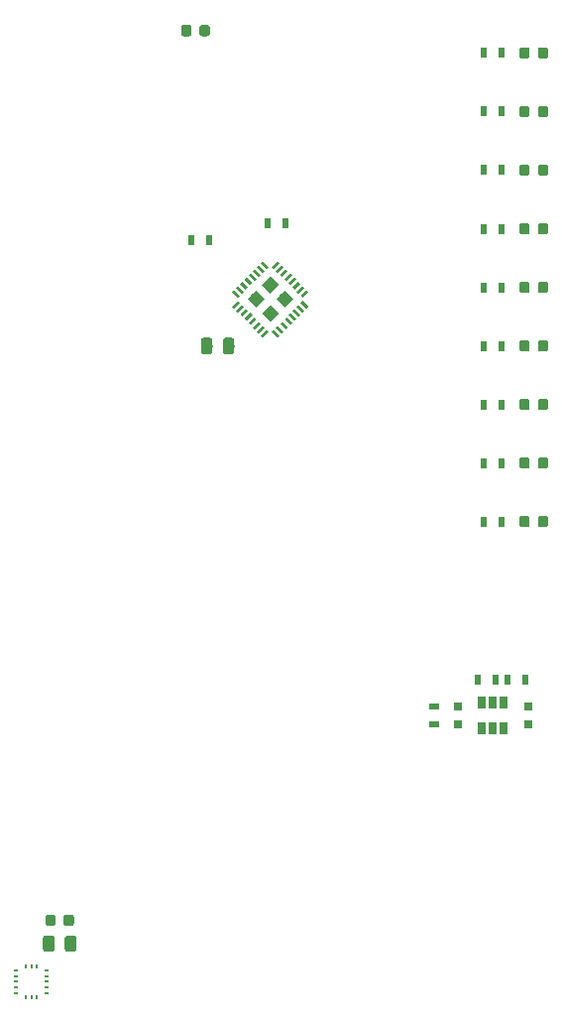
<source format=gbr>
G04 #@! TF.GenerationSoftware,KiCad,Pcbnew,5.0.2-bee76a0~70~ubuntu18.04.1*
G04 #@! TF.CreationDate,2019-03-04T23:14:44-05:00*
G04 #@! TF.ProjectId,BalancingBusinessCardLights,42616c61-6e63-4696-9e67-427573696e65,rev?*
G04 #@! TF.SameCoordinates,Original*
G04 #@! TF.FileFunction,Paste,Top*
G04 #@! TF.FilePolarity,Positive*
%FSLAX46Y46*%
G04 Gerber Fmt 4.6, Leading zero omitted, Abs format (unit mm)*
G04 Created by KiCad (PCBNEW 5.0.2-bee76a0~70~ubuntu18.04.1) date Mon 04 Mar 2019 11:14:44 PM EST*
%MOMM*%
%LPD*%
G01*
G04 APERTURE LIST*
%ADD10C,0.100000*%
%ADD11C,0.975000*%
%ADD12C,0.875000*%
%ADD13R,0.254000X0.355600*%
%ADD14R,0.355600X0.254000*%
%ADD15R,0.750000X0.800000*%
%ADD16R,0.900000X0.500000*%
%ADD17R,0.500000X0.900000*%
%ADD18C,1.035000*%
%ADD19C,0.250000*%
%ADD20R,0.650000X1.060000*%
G04 APERTURE END LIST*
D10*
G04 #@! TO.C,C101*
G36*
X200330142Y-78301174D02*
X200353803Y-78304684D01*
X200377007Y-78310496D01*
X200399529Y-78318554D01*
X200421153Y-78328782D01*
X200441670Y-78341079D01*
X200460883Y-78355329D01*
X200478607Y-78371393D01*
X200494671Y-78389117D01*
X200508921Y-78408330D01*
X200521218Y-78428847D01*
X200531446Y-78450471D01*
X200539504Y-78472993D01*
X200545316Y-78496197D01*
X200548826Y-78519858D01*
X200550000Y-78543750D01*
X200550000Y-79456250D01*
X200548826Y-79480142D01*
X200545316Y-79503803D01*
X200539504Y-79527007D01*
X200531446Y-79549529D01*
X200521218Y-79571153D01*
X200508921Y-79591670D01*
X200494671Y-79610883D01*
X200478607Y-79628607D01*
X200460883Y-79644671D01*
X200441670Y-79658921D01*
X200421153Y-79671218D01*
X200399529Y-79681446D01*
X200377007Y-79689504D01*
X200353803Y-79695316D01*
X200330142Y-79698826D01*
X200306250Y-79700000D01*
X199818750Y-79700000D01*
X199794858Y-79698826D01*
X199771197Y-79695316D01*
X199747993Y-79689504D01*
X199725471Y-79681446D01*
X199703847Y-79671218D01*
X199683330Y-79658921D01*
X199664117Y-79644671D01*
X199646393Y-79628607D01*
X199630329Y-79610883D01*
X199616079Y-79591670D01*
X199603782Y-79571153D01*
X199593554Y-79549529D01*
X199585496Y-79527007D01*
X199579684Y-79503803D01*
X199576174Y-79480142D01*
X199575000Y-79456250D01*
X199575000Y-78543750D01*
X199576174Y-78519858D01*
X199579684Y-78496197D01*
X199585496Y-78472993D01*
X199593554Y-78450471D01*
X199603782Y-78428847D01*
X199616079Y-78408330D01*
X199630329Y-78389117D01*
X199646393Y-78371393D01*
X199664117Y-78355329D01*
X199683330Y-78341079D01*
X199703847Y-78328782D01*
X199725471Y-78318554D01*
X199747993Y-78310496D01*
X199771197Y-78304684D01*
X199794858Y-78301174D01*
X199818750Y-78300000D01*
X200306250Y-78300000D01*
X200330142Y-78301174D01*
X200330142Y-78301174D01*
G37*
D11*
X200062500Y-79000000D03*
D10*
G36*
X202205142Y-78301174D02*
X202228803Y-78304684D01*
X202252007Y-78310496D01*
X202274529Y-78318554D01*
X202296153Y-78328782D01*
X202316670Y-78341079D01*
X202335883Y-78355329D01*
X202353607Y-78371393D01*
X202369671Y-78389117D01*
X202383921Y-78408330D01*
X202396218Y-78428847D01*
X202406446Y-78450471D01*
X202414504Y-78472993D01*
X202420316Y-78496197D01*
X202423826Y-78519858D01*
X202425000Y-78543750D01*
X202425000Y-79456250D01*
X202423826Y-79480142D01*
X202420316Y-79503803D01*
X202414504Y-79527007D01*
X202406446Y-79549529D01*
X202396218Y-79571153D01*
X202383921Y-79591670D01*
X202369671Y-79610883D01*
X202353607Y-79628607D01*
X202335883Y-79644671D01*
X202316670Y-79658921D01*
X202296153Y-79671218D01*
X202274529Y-79681446D01*
X202252007Y-79689504D01*
X202228803Y-79695316D01*
X202205142Y-79698826D01*
X202181250Y-79700000D01*
X201693750Y-79700000D01*
X201669858Y-79698826D01*
X201646197Y-79695316D01*
X201622993Y-79689504D01*
X201600471Y-79681446D01*
X201578847Y-79671218D01*
X201558330Y-79658921D01*
X201539117Y-79644671D01*
X201521393Y-79628607D01*
X201505329Y-79610883D01*
X201491079Y-79591670D01*
X201478782Y-79571153D01*
X201468554Y-79549529D01*
X201460496Y-79527007D01*
X201454684Y-79503803D01*
X201451174Y-79480142D01*
X201450000Y-79456250D01*
X201450000Y-78543750D01*
X201451174Y-78519858D01*
X201454684Y-78496197D01*
X201460496Y-78472993D01*
X201468554Y-78450471D01*
X201478782Y-78428847D01*
X201491079Y-78408330D01*
X201505329Y-78389117D01*
X201521393Y-78371393D01*
X201539117Y-78355329D01*
X201558330Y-78341079D01*
X201578847Y-78328782D01*
X201600471Y-78318554D01*
X201622993Y-78310496D01*
X201646197Y-78304684D01*
X201669858Y-78301174D01*
X201693750Y-78300000D01*
X202181250Y-78300000D01*
X202205142Y-78301174D01*
X202205142Y-78301174D01*
G37*
D11*
X201937500Y-79000000D03*
G04 #@! TD*
D10*
G04 #@! TO.C,C401*
G36*
X188705142Y-129301174D02*
X188728803Y-129304684D01*
X188752007Y-129310496D01*
X188774529Y-129318554D01*
X188796153Y-129328782D01*
X188816670Y-129341079D01*
X188835883Y-129355329D01*
X188853607Y-129371393D01*
X188869671Y-129389117D01*
X188883921Y-129408330D01*
X188896218Y-129428847D01*
X188906446Y-129450471D01*
X188914504Y-129472993D01*
X188920316Y-129496197D01*
X188923826Y-129519858D01*
X188925000Y-129543750D01*
X188925000Y-130456250D01*
X188923826Y-130480142D01*
X188920316Y-130503803D01*
X188914504Y-130527007D01*
X188906446Y-130549529D01*
X188896218Y-130571153D01*
X188883921Y-130591670D01*
X188869671Y-130610883D01*
X188853607Y-130628607D01*
X188835883Y-130644671D01*
X188816670Y-130658921D01*
X188796153Y-130671218D01*
X188774529Y-130681446D01*
X188752007Y-130689504D01*
X188728803Y-130695316D01*
X188705142Y-130698826D01*
X188681250Y-130700000D01*
X188193750Y-130700000D01*
X188169858Y-130698826D01*
X188146197Y-130695316D01*
X188122993Y-130689504D01*
X188100471Y-130681446D01*
X188078847Y-130671218D01*
X188058330Y-130658921D01*
X188039117Y-130644671D01*
X188021393Y-130628607D01*
X188005329Y-130610883D01*
X187991079Y-130591670D01*
X187978782Y-130571153D01*
X187968554Y-130549529D01*
X187960496Y-130527007D01*
X187954684Y-130503803D01*
X187951174Y-130480142D01*
X187950000Y-130456250D01*
X187950000Y-129543750D01*
X187951174Y-129519858D01*
X187954684Y-129496197D01*
X187960496Y-129472993D01*
X187968554Y-129450471D01*
X187978782Y-129428847D01*
X187991079Y-129408330D01*
X188005329Y-129389117D01*
X188021393Y-129371393D01*
X188039117Y-129355329D01*
X188058330Y-129341079D01*
X188078847Y-129328782D01*
X188100471Y-129318554D01*
X188122993Y-129310496D01*
X188146197Y-129304684D01*
X188169858Y-129301174D01*
X188193750Y-129300000D01*
X188681250Y-129300000D01*
X188705142Y-129301174D01*
X188705142Y-129301174D01*
G37*
D11*
X188437500Y-130000000D03*
D10*
G36*
X186830142Y-129301174D02*
X186853803Y-129304684D01*
X186877007Y-129310496D01*
X186899529Y-129318554D01*
X186921153Y-129328782D01*
X186941670Y-129341079D01*
X186960883Y-129355329D01*
X186978607Y-129371393D01*
X186994671Y-129389117D01*
X187008921Y-129408330D01*
X187021218Y-129428847D01*
X187031446Y-129450471D01*
X187039504Y-129472993D01*
X187045316Y-129496197D01*
X187048826Y-129519858D01*
X187050000Y-129543750D01*
X187050000Y-130456250D01*
X187048826Y-130480142D01*
X187045316Y-130503803D01*
X187039504Y-130527007D01*
X187031446Y-130549529D01*
X187021218Y-130571153D01*
X187008921Y-130591670D01*
X186994671Y-130610883D01*
X186978607Y-130628607D01*
X186960883Y-130644671D01*
X186941670Y-130658921D01*
X186921153Y-130671218D01*
X186899529Y-130681446D01*
X186877007Y-130689504D01*
X186853803Y-130695316D01*
X186830142Y-130698826D01*
X186806250Y-130700000D01*
X186318750Y-130700000D01*
X186294858Y-130698826D01*
X186271197Y-130695316D01*
X186247993Y-130689504D01*
X186225471Y-130681446D01*
X186203847Y-130671218D01*
X186183330Y-130658921D01*
X186164117Y-130644671D01*
X186146393Y-130628607D01*
X186130329Y-130610883D01*
X186116079Y-130591670D01*
X186103782Y-130571153D01*
X186093554Y-130549529D01*
X186085496Y-130527007D01*
X186079684Y-130503803D01*
X186076174Y-130480142D01*
X186075000Y-130456250D01*
X186075000Y-129543750D01*
X186076174Y-129519858D01*
X186079684Y-129496197D01*
X186085496Y-129472993D01*
X186093554Y-129450471D01*
X186103782Y-129428847D01*
X186116079Y-129408330D01*
X186130329Y-129389117D01*
X186146393Y-129371393D01*
X186164117Y-129355329D01*
X186183330Y-129341079D01*
X186203847Y-129328782D01*
X186225471Y-129318554D01*
X186247993Y-129310496D01*
X186271197Y-129304684D01*
X186294858Y-129301174D01*
X186318750Y-129300000D01*
X186806250Y-129300000D01*
X186830142Y-129301174D01*
X186830142Y-129301174D01*
G37*
D11*
X186562500Y-130000000D03*
G04 #@! TD*
D10*
G04 #@! TO.C,C402*
G36*
X188527691Y-127526053D02*
X188548926Y-127529203D01*
X188569750Y-127534419D01*
X188589962Y-127541651D01*
X188609368Y-127550830D01*
X188627781Y-127561866D01*
X188645024Y-127574654D01*
X188660930Y-127589070D01*
X188675346Y-127604976D01*
X188688134Y-127622219D01*
X188699170Y-127640632D01*
X188708349Y-127660038D01*
X188715581Y-127680250D01*
X188720797Y-127701074D01*
X188723947Y-127722309D01*
X188725000Y-127743750D01*
X188725000Y-128256250D01*
X188723947Y-128277691D01*
X188720797Y-128298926D01*
X188715581Y-128319750D01*
X188708349Y-128339962D01*
X188699170Y-128359368D01*
X188688134Y-128377781D01*
X188675346Y-128395024D01*
X188660930Y-128410930D01*
X188645024Y-128425346D01*
X188627781Y-128438134D01*
X188609368Y-128449170D01*
X188589962Y-128458349D01*
X188569750Y-128465581D01*
X188548926Y-128470797D01*
X188527691Y-128473947D01*
X188506250Y-128475000D01*
X188068750Y-128475000D01*
X188047309Y-128473947D01*
X188026074Y-128470797D01*
X188005250Y-128465581D01*
X187985038Y-128458349D01*
X187965632Y-128449170D01*
X187947219Y-128438134D01*
X187929976Y-128425346D01*
X187914070Y-128410930D01*
X187899654Y-128395024D01*
X187886866Y-128377781D01*
X187875830Y-128359368D01*
X187866651Y-128339962D01*
X187859419Y-128319750D01*
X187854203Y-128298926D01*
X187851053Y-128277691D01*
X187850000Y-128256250D01*
X187850000Y-127743750D01*
X187851053Y-127722309D01*
X187854203Y-127701074D01*
X187859419Y-127680250D01*
X187866651Y-127660038D01*
X187875830Y-127640632D01*
X187886866Y-127622219D01*
X187899654Y-127604976D01*
X187914070Y-127589070D01*
X187929976Y-127574654D01*
X187947219Y-127561866D01*
X187965632Y-127550830D01*
X187985038Y-127541651D01*
X188005250Y-127534419D01*
X188026074Y-127529203D01*
X188047309Y-127526053D01*
X188068750Y-127525000D01*
X188506250Y-127525000D01*
X188527691Y-127526053D01*
X188527691Y-127526053D01*
G37*
D12*
X188287500Y-128000000D03*
D10*
G36*
X186952691Y-127526053D02*
X186973926Y-127529203D01*
X186994750Y-127534419D01*
X187014962Y-127541651D01*
X187034368Y-127550830D01*
X187052781Y-127561866D01*
X187070024Y-127574654D01*
X187085930Y-127589070D01*
X187100346Y-127604976D01*
X187113134Y-127622219D01*
X187124170Y-127640632D01*
X187133349Y-127660038D01*
X187140581Y-127680250D01*
X187145797Y-127701074D01*
X187148947Y-127722309D01*
X187150000Y-127743750D01*
X187150000Y-128256250D01*
X187148947Y-128277691D01*
X187145797Y-128298926D01*
X187140581Y-128319750D01*
X187133349Y-128339962D01*
X187124170Y-128359368D01*
X187113134Y-128377781D01*
X187100346Y-128395024D01*
X187085930Y-128410930D01*
X187070024Y-128425346D01*
X187052781Y-128438134D01*
X187034368Y-128449170D01*
X187014962Y-128458349D01*
X186994750Y-128465581D01*
X186973926Y-128470797D01*
X186952691Y-128473947D01*
X186931250Y-128475000D01*
X186493750Y-128475000D01*
X186472309Y-128473947D01*
X186451074Y-128470797D01*
X186430250Y-128465581D01*
X186410038Y-128458349D01*
X186390632Y-128449170D01*
X186372219Y-128438134D01*
X186354976Y-128425346D01*
X186339070Y-128410930D01*
X186324654Y-128395024D01*
X186311866Y-128377781D01*
X186300830Y-128359368D01*
X186291651Y-128339962D01*
X186284419Y-128319750D01*
X186279203Y-128298926D01*
X186276053Y-128277691D01*
X186275000Y-128256250D01*
X186275000Y-127743750D01*
X186276053Y-127722309D01*
X186279203Y-127701074D01*
X186284419Y-127680250D01*
X186291651Y-127660038D01*
X186300830Y-127640632D01*
X186311866Y-127622219D01*
X186324654Y-127604976D01*
X186339070Y-127589070D01*
X186354976Y-127574654D01*
X186372219Y-127561866D01*
X186390632Y-127550830D01*
X186410038Y-127541651D01*
X186430250Y-127534419D01*
X186451074Y-127529203D01*
X186472309Y-127526053D01*
X186493750Y-127525000D01*
X186931250Y-127525000D01*
X186952691Y-127526053D01*
X186952691Y-127526053D01*
G37*
D12*
X186712500Y-128000000D03*
G04 #@! TD*
D10*
G04 #@! TO.C,D301*
G36*
X227452691Y-53526053D02*
X227473926Y-53529203D01*
X227494750Y-53534419D01*
X227514962Y-53541651D01*
X227534368Y-53550830D01*
X227552781Y-53561866D01*
X227570024Y-53574654D01*
X227585930Y-53589070D01*
X227600346Y-53604976D01*
X227613134Y-53622219D01*
X227624170Y-53640632D01*
X227633349Y-53660038D01*
X227640581Y-53680250D01*
X227645797Y-53701074D01*
X227648947Y-53722309D01*
X227650000Y-53743750D01*
X227650000Y-54256250D01*
X227648947Y-54277691D01*
X227645797Y-54298926D01*
X227640581Y-54319750D01*
X227633349Y-54339962D01*
X227624170Y-54359368D01*
X227613134Y-54377781D01*
X227600346Y-54395024D01*
X227585930Y-54410930D01*
X227570024Y-54425346D01*
X227552781Y-54438134D01*
X227534368Y-54449170D01*
X227514962Y-54458349D01*
X227494750Y-54465581D01*
X227473926Y-54470797D01*
X227452691Y-54473947D01*
X227431250Y-54475000D01*
X226993750Y-54475000D01*
X226972309Y-54473947D01*
X226951074Y-54470797D01*
X226930250Y-54465581D01*
X226910038Y-54458349D01*
X226890632Y-54449170D01*
X226872219Y-54438134D01*
X226854976Y-54425346D01*
X226839070Y-54410930D01*
X226824654Y-54395024D01*
X226811866Y-54377781D01*
X226800830Y-54359368D01*
X226791651Y-54339962D01*
X226784419Y-54319750D01*
X226779203Y-54298926D01*
X226776053Y-54277691D01*
X226775000Y-54256250D01*
X226775000Y-53743750D01*
X226776053Y-53722309D01*
X226779203Y-53701074D01*
X226784419Y-53680250D01*
X226791651Y-53660038D01*
X226800830Y-53640632D01*
X226811866Y-53622219D01*
X226824654Y-53604976D01*
X226839070Y-53589070D01*
X226854976Y-53574654D01*
X226872219Y-53561866D01*
X226890632Y-53550830D01*
X226910038Y-53541651D01*
X226930250Y-53534419D01*
X226951074Y-53529203D01*
X226972309Y-53526053D01*
X226993750Y-53525000D01*
X227431250Y-53525000D01*
X227452691Y-53526053D01*
X227452691Y-53526053D01*
G37*
D12*
X227212500Y-54000000D03*
D10*
G36*
X229027691Y-53526053D02*
X229048926Y-53529203D01*
X229069750Y-53534419D01*
X229089962Y-53541651D01*
X229109368Y-53550830D01*
X229127781Y-53561866D01*
X229145024Y-53574654D01*
X229160930Y-53589070D01*
X229175346Y-53604976D01*
X229188134Y-53622219D01*
X229199170Y-53640632D01*
X229208349Y-53660038D01*
X229215581Y-53680250D01*
X229220797Y-53701074D01*
X229223947Y-53722309D01*
X229225000Y-53743750D01*
X229225000Y-54256250D01*
X229223947Y-54277691D01*
X229220797Y-54298926D01*
X229215581Y-54319750D01*
X229208349Y-54339962D01*
X229199170Y-54359368D01*
X229188134Y-54377781D01*
X229175346Y-54395024D01*
X229160930Y-54410930D01*
X229145024Y-54425346D01*
X229127781Y-54438134D01*
X229109368Y-54449170D01*
X229089962Y-54458349D01*
X229069750Y-54465581D01*
X229048926Y-54470797D01*
X229027691Y-54473947D01*
X229006250Y-54475000D01*
X228568750Y-54475000D01*
X228547309Y-54473947D01*
X228526074Y-54470797D01*
X228505250Y-54465581D01*
X228485038Y-54458349D01*
X228465632Y-54449170D01*
X228447219Y-54438134D01*
X228429976Y-54425346D01*
X228414070Y-54410930D01*
X228399654Y-54395024D01*
X228386866Y-54377781D01*
X228375830Y-54359368D01*
X228366651Y-54339962D01*
X228359419Y-54319750D01*
X228354203Y-54298926D01*
X228351053Y-54277691D01*
X228350000Y-54256250D01*
X228350000Y-53743750D01*
X228351053Y-53722309D01*
X228354203Y-53701074D01*
X228359419Y-53680250D01*
X228366651Y-53660038D01*
X228375830Y-53640632D01*
X228386866Y-53622219D01*
X228399654Y-53604976D01*
X228414070Y-53589070D01*
X228429976Y-53574654D01*
X228447219Y-53561866D01*
X228465632Y-53550830D01*
X228485038Y-53541651D01*
X228505250Y-53534419D01*
X228526074Y-53529203D01*
X228547309Y-53526053D01*
X228568750Y-53525000D01*
X229006250Y-53525000D01*
X229027691Y-53526053D01*
X229027691Y-53526053D01*
G37*
D12*
X228787500Y-54000000D03*
G04 #@! TD*
D10*
G04 #@! TO.C,D302*
G36*
X227452691Y-58526053D02*
X227473926Y-58529203D01*
X227494750Y-58534419D01*
X227514962Y-58541651D01*
X227534368Y-58550830D01*
X227552781Y-58561866D01*
X227570024Y-58574654D01*
X227585930Y-58589070D01*
X227600346Y-58604976D01*
X227613134Y-58622219D01*
X227624170Y-58640632D01*
X227633349Y-58660038D01*
X227640581Y-58680250D01*
X227645797Y-58701074D01*
X227648947Y-58722309D01*
X227650000Y-58743750D01*
X227650000Y-59256250D01*
X227648947Y-59277691D01*
X227645797Y-59298926D01*
X227640581Y-59319750D01*
X227633349Y-59339962D01*
X227624170Y-59359368D01*
X227613134Y-59377781D01*
X227600346Y-59395024D01*
X227585930Y-59410930D01*
X227570024Y-59425346D01*
X227552781Y-59438134D01*
X227534368Y-59449170D01*
X227514962Y-59458349D01*
X227494750Y-59465581D01*
X227473926Y-59470797D01*
X227452691Y-59473947D01*
X227431250Y-59475000D01*
X226993750Y-59475000D01*
X226972309Y-59473947D01*
X226951074Y-59470797D01*
X226930250Y-59465581D01*
X226910038Y-59458349D01*
X226890632Y-59449170D01*
X226872219Y-59438134D01*
X226854976Y-59425346D01*
X226839070Y-59410930D01*
X226824654Y-59395024D01*
X226811866Y-59377781D01*
X226800830Y-59359368D01*
X226791651Y-59339962D01*
X226784419Y-59319750D01*
X226779203Y-59298926D01*
X226776053Y-59277691D01*
X226775000Y-59256250D01*
X226775000Y-58743750D01*
X226776053Y-58722309D01*
X226779203Y-58701074D01*
X226784419Y-58680250D01*
X226791651Y-58660038D01*
X226800830Y-58640632D01*
X226811866Y-58622219D01*
X226824654Y-58604976D01*
X226839070Y-58589070D01*
X226854976Y-58574654D01*
X226872219Y-58561866D01*
X226890632Y-58550830D01*
X226910038Y-58541651D01*
X226930250Y-58534419D01*
X226951074Y-58529203D01*
X226972309Y-58526053D01*
X226993750Y-58525000D01*
X227431250Y-58525000D01*
X227452691Y-58526053D01*
X227452691Y-58526053D01*
G37*
D12*
X227212500Y-59000000D03*
D10*
G36*
X229027691Y-58526053D02*
X229048926Y-58529203D01*
X229069750Y-58534419D01*
X229089962Y-58541651D01*
X229109368Y-58550830D01*
X229127781Y-58561866D01*
X229145024Y-58574654D01*
X229160930Y-58589070D01*
X229175346Y-58604976D01*
X229188134Y-58622219D01*
X229199170Y-58640632D01*
X229208349Y-58660038D01*
X229215581Y-58680250D01*
X229220797Y-58701074D01*
X229223947Y-58722309D01*
X229225000Y-58743750D01*
X229225000Y-59256250D01*
X229223947Y-59277691D01*
X229220797Y-59298926D01*
X229215581Y-59319750D01*
X229208349Y-59339962D01*
X229199170Y-59359368D01*
X229188134Y-59377781D01*
X229175346Y-59395024D01*
X229160930Y-59410930D01*
X229145024Y-59425346D01*
X229127781Y-59438134D01*
X229109368Y-59449170D01*
X229089962Y-59458349D01*
X229069750Y-59465581D01*
X229048926Y-59470797D01*
X229027691Y-59473947D01*
X229006250Y-59475000D01*
X228568750Y-59475000D01*
X228547309Y-59473947D01*
X228526074Y-59470797D01*
X228505250Y-59465581D01*
X228485038Y-59458349D01*
X228465632Y-59449170D01*
X228447219Y-59438134D01*
X228429976Y-59425346D01*
X228414070Y-59410930D01*
X228399654Y-59395024D01*
X228386866Y-59377781D01*
X228375830Y-59359368D01*
X228366651Y-59339962D01*
X228359419Y-59319750D01*
X228354203Y-59298926D01*
X228351053Y-59277691D01*
X228350000Y-59256250D01*
X228350000Y-58743750D01*
X228351053Y-58722309D01*
X228354203Y-58701074D01*
X228359419Y-58680250D01*
X228366651Y-58660038D01*
X228375830Y-58640632D01*
X228386866Y-58622219D01*
X228399654Y-58604976D01*
X228414070Y-58589070D01*
X228429976Y-58574654D01*
X228447219Y-58561866D01*
X228465632Y-58550830D01*
X228485038Y-58541651D01*
X228505250Y-58534419D01*
X228526074Y-58529203D01*
X228547309Y-58526053D01*
X228568750Y-58525000D01*
X229006250Y-58525000D01*
X229027691Y-58526053D01*
X229027691Y-58526053D01*
G37*
D12*
X228787500Y-59000000D03*
G04 #@! TD*
D10*
G04 #@! TO.C,D303*
G36*
X227452691Y-63526053D02*
X227473926Y-63529203D01*
X227494750Y-63534419D01*
X227514962Y-63541651D01*
X227534368Y-63550830D01*
X227552781Y-63561866D01*
X227570024Y-63574654D01*
X227585930Y-63589070D01*
X227600346Y-63604976D01*
X227613134Y-63622219D01*
X227624170Y-63640632D01*
X227633349Y-63660038D01*
X227640581Y-63680250D01*
X227645797Y-63701074D01*
X227648947Y-63722309D01*
X227650000Y-63743750D01*
X227650000Y-64256250D01*
X227648947Y-64277691D01*
X227645797Y-64298926D01*
X227640581Y-64319750D01*
X227633349Y-64339962D01*
X227624170Y-64359368D01*
X227613134Y-64377781D01*
X227600346Y-64395024D01*
X227585930Y-64410930D01*
X227570024Y-64425346D01*
X227552781Y-64438134D01*
X227534368Y-64449170D01*
X227514962Y-64458349D01*
X227494750Y-64465581D01*
X227473926Y-64470797D01*
X227452691Y-64473947D01*
X227431250Y-64475000D01*
X226993750Y-64475000D01*
X226972309Y-64473947D01*
X226951074Y-64470797D01*
X226930250Y-64465581D01*
X226910038Y-64458349D01*
X226890632Y-64449170D01*
X226872219Y-64438134D01*
X226854976Y-64425346D01*
X226839070Y-64410930D01*
X226824654Y-64395024D01*
X226811866Y-64377781D01*
X226800830Y-64359368D01*
X226791651Y-64339962D01*
X226784419Y-64319750D01*
X226779203Y-64298926D01*
X226776053Y-64277691D01*
X226775000Y-64256250D01*
X226775000Y-63743750D01*
X226776053Y-63722309D01*
X226779203Y-63701074D01*
X226784419Y-63680250D01*
X226791651Y-63660038D01*
X226800830Y-63640632D01*
X226811866Y-63622219D01*
X226824654Y-63604976D01*
X226839070Y-63589070D01*
X226854976Y-63574654D01*
X226872219Y-63561866D01*
X226890632Y-63550830D01*
X226910038Y-63541651D01*
X226930250Y-63534419D01*
X226951074Y-63529203D01*
X226972309Y-63526053D01*
X226993750Y-63525000D01*
X227431250Y-63525000D01*
X227452691Y-63526053D01*
X227452691Y-63526053D01*
G37*
D12*
X227212500Y-64000000D03*
D10*
G36*
X229027691Y-63526053D02*
X229048926Y-63529203D01*
X229069750Y-63534419D01*
X229089962Y-63541651D01*
X229109368Y-63550830D01*
X229127781Y-63561866D01*
X229145024Y-63574654D01*
X229160930Y-63589070D01*
X229175346Y-63604976D01*
X229188134Y-63622219D01*
X229199170Y-63640632D01*
X229208349Y-63660038D01*
X229215581Y-63680250D01*
X229220797Y-63701074D01*
X229223947Y-63722309D01*
X229225000Y-63743750D01*
X229225000Y-64256250D01*
X229223947Y-64277691D01*
X229220797Y-64298926D01*
X229215581Y-64319750D01*
X229208349Y-64339962D01*
X229199170Y-64359368D01*
X229188134Y-64377781D01*
X229175346Y-64395024D01*
X229160930Y-64410930D01*
X229145024Y-64425346D01*
X229127781Y-64438134D01*
X229109368Y-64449170D01*
X229089962Y-64458349D01*
X229069750Y-64465581D01*
X229048926Y-64470797D01*
X229027691Y-64473947D01*
X229006250Y-64475000D01*
X228568750Y-64475000D01*
X228547309Y-64473947D01*
X228526074Y-64470797D01*
X228505250Y-64465581D01*
X228485038Y-64458349D01*
X228465632Y-64449170D01*
X228447219Y-64438134D01*
X228429976Y-64425346D01*
X228414070Y-64410930D01*
X228399654Y-64395024D01*
X228386866Y-64377781D01*
X228375830Y-64359368D01*
X228366651Y-64339962D01*
X228359419Y-64319750D01*
X228354203Y-64298926D01*
X228351053Y-64277691D01*
X228350000Y-64256250D01*
X228350000Y-63743750D01*
X228351053Y-63722309D01*
X228354203Y-63701074D01*
X228359419Y-63680250D01*
X228366651Y-63660038D01*
X228375830Y-63640632D01*
X228386866Y-63622219D01*
X228399654Y-63604976D01*
X228414070Y-63589070D01*
X228429976Y-63574654D01*
X228447219Y-63561866D01*
X228465632Y-63550830D01*
X228485038Y-63541651D01*
X228505250Y-63534419D01*
X228526074Y-63529203D01*
X228547309Y-63526053D01*
X228568750Y-63525000D01*
X229006250Y-63525000D01*
X229027691Y-63526053D01*
X229027691Y-63526053D01*
G37*
D12*
X228787500Y-64000000D03*
G04 #@! TD*
D10*
G04 #@! TO.C,D304*
G36*
X227452691Y-68526053D02*
X227473926Y-68529203D01*
X227494750Y-68534419D01*
X227514962Y-68541651D01*
X227534368Y-68550830D01*
X227552781Y-68561866D01*
X227570024Y-68574654D01*
X227585930Y-68589070D01*
X227600346Y-68604976D01*
X227613134Y-68622219D01*
X227624170Y-68640632D01*
X227633349Y-68660038D01*
X227640581Y-68680250D01*
X227645797Y-68701074D01*
X227648947Y-68722309D01*
X227650000Y-68743750D01*
X227650000Y-69256250D01*
X227648947Y-69277691D01*
X227645797Y-69298926D01*
X227640581Y-69319750D01*
X227633349Y-69339962D01*
X227624170Y-69359368D01*
X227613134Y-69377781D01*
X227600346Y-69395024D01*
X227585930Y-69410930D01*
X227570024Y-69425346D01*
X227552781Y-69438134D01*
X227534368Y-69449170D01*
X227514962Y-69458349D01*
X227494750Y-69465581D01*
X227473926Y-69470797D01*
X227452691Y-69473947D01*
X227431250Y-69475000D01*
X226993750Y-69475000D01*
X226972309Y-69473947D01*
X226951074Y-69470797D01*
X226930250Y-69465581D01*
X226910038Y-69458349D01*
X226890632Y-69449170D01*
X226872219Y-69438134D01*
X226854976Y-69425346D01*
X226839070Y-69410930D01*
X226824654Y-69395024D01*
X226811866Y-69377781D01*
X226800830Y-69359368D01*
X226791651Y-69339962D01*
X226784419Y-69319750D01*
X226779203Y-69298926D01*
X226776053Y-69277691D01*
X226775000Y-69256250D01*
X226775000Y-68743750D01*
X226776053Y-68722309D01*
X226779203Y-68701074D01*
X226784419Y-68680250D01*
X226791651Y-68660038D01*
X226800830Y-68640632D01*
X226811866Y-68622219D01*
X226824654Y-68604976D01*
X226839070Y-68589070D01*
X226854976Y-68574654D01*
X226872219Y-68561866D01*
X226890632Y-68550830D01*
X226910038Y-68541651D01*
X226930250Y-68534419D01*
X226951074Y-68529203D01*
X226972309Y-68526053D01*
X226993750Y-68525000D01*
X227431250Y-68525000D01*
X227452691Y-68526053D01*
X227452691Y-68526053D01*
G37*
D12*
X227212500Y-69000000D03*
D10*
G36*
X229027691Y-68526053D02*
X229048926Y-68529203D01*
X229069750Y-68534419D01*
X229089962Y-68541651D01*
X229109368Y-68550830D01*
X229127781Y-68561866D01*
X229145024Y-68574654D01*
X229160930Y-68589070D01*
X229175346Y-68604976D01*
X229188134Y-68622219D01*
X229199170Y-68640632D01*
X229208349Y-68660038D01*
X229215581Y-68680250D01*
X229220797Y-68701074D01*
X229223947Y-68722309D01*
X229225000Y-68743750D01*
X229225000Y-69256250D01*
X229223947Y-69277691D01*
X229220797Y-69298926D01*
X229215581Y-69319750D01*
X229208349Y-69339962D01*
X229199170Y-69359368D01*
X229188134Y-69377781D01*
X229175346Y-69395024D01*
X229160930Y-69410930D01*
X229145024Y-69425346D01*
X229127781Y-69438134D01*
X229109368Y-69449170D01*
X229089962Y-69458349D01*
X229069750Y-69465581D01*
X229048926Y-69470797D01*
X229027691Y-69473947D01*
X229006250Y-69475000D01*
X228568750Y-69475000D01*
X228547309Y-69473947D01*
X228526074Y-69470797D01*
X228505250Y-69465581D01*
X228485038Y-69458349D01*
X228465632Y-69449170D01*
X228447219Y-69438134D01*
X228429976Y-69425346D01*
X228414070Y-69410930D01*
X228399654Y-69395024D01*
X228386866Y-69377781D01*
X228375830Y-69359368D01*
X228366651Y-69339962D01*
X228359419Y-69319750D01*
X228354203Y-69298926D01*
X228351053Y-69277691D01*
X228350000Y-69256250D01*
X228350000Y-68743750D01*
X228351053Y-68722309D01*
X228354203Y-68701074D01*
X228359419Y-68680250D01*
X228366651Y-68660038D01*
X228375830Y-68640632D01*
X228386866Y-68622219D01*
X228399654Y-68604976D01*
X228414070Y-68589070D01*
X228429976Y-68574654D01*
X228447219Y-68561866D01*
X228465632Y-68550830D01*
X228485038Y-68541651D01*
X228505250Y-68534419D01*
X228526074Y-68529203D01*
X228547309Y-68526053D01*
X228568750Y-68525000D01*
X229006250Y-68525000D01*
X229027691Y-68526053D01*
X229027691Y-68526053D01*
G37*
D12*
X228787500Y-69000000D03*
G04 #@! TD*
D10*
G04 #@! TO.C,D305*
G36*
X227452691Y-73526053D02*
X227473926Y-73529203D01*
X227494750Y-73534419D01*
X227514962Y-73541651D01*
X227534368Y-73550830D01*
X227552781Y-73561866D01*
X227570024Y-73574654D01*
X227585930Y-73589070D01*
X227600346Y-73604976D01*
X227613134Y-73622219D01*
X227624170Y-73640632D01*
X227633349Y-73660038D01*
X227640581Y-73680250D01*
X227645797Y-73701074D01*
X227648947Y-73722309D01*
X227650000Y-73743750D01*
X227650000Y-74256250D01*
X227648947Y-74277691D01*
X227645797Y-74298926D01*
X227640581Y-74319750D01*
X227633349Y-74339962D01*
X227624170Y-74359368D01*
X227613134Y-74377781D01*
X227600346Y-74395024D01*
X227585930Y-74410930D01*
X227570024Y-74425346D01*
X227552781Y-74438134D01*
X227534368Y-74449170D01*
X227514962Y-74458349D01*
X227494750Y-74465581D01*
X227473926Y-74470797D01*
X227452691Y-74473947D01*
X227431250Y-74475000D01*
X226993750Y-74475000D01*
X226972309Y-74473947D01*
X226951074Y-74470797D01*
X226930250Y-74465581D01*
X226910038Y-74458349D01*
X226890632Y-74449170D01*
X226872219Y-74438134D01*
X226854976Y-74425346D01*
X226839070Y-74410930D01*
X226824654Y-74395024D01*
X226811866Y-74377781D01*
X226800830Y-74359368D01*
X226791651Y-74339962D01*
X226784419Y-74319750D01*
X226779203Y-74298926D01*
X226776053Y-74277691D01*
X226775000Y-74256250D01*
X226775000Y-73743750D01*
X226776053Y-73722309D01*
X226779203Y-73701074D01*
X226784419Y-73680250D01*
X226791651Y-73660038D01*
X226800830Y-73640632D01*
X226811866Y-73622219D01*
X226824654Y-73604976D01*
X226839070Y-73589070D01*
X226854976Y-73574654D01*
X226872219Y-73561866D01*
X226890632Y-73550830D01*
X226910038Y-73541651D01*
X226930250Y-73534419D01*
X226951074Y-73529203D01*
X226972309Y-73526053D01*
X226993750Y-73525000D01*
X227431250Y-73525000D01*
X227452691Y-73526053D01*
X227452691Y-73526053D01*
G37*
D12*
X227212500Y-74000000D03*
D10*
G36*
X229027691Y-73526053D02*
X229048926Y-73529203D01*
X229069750Y-73534419D01*
X229089962Y-73541651D01*
X229109368Y-73550830D01*
X229127781Y-73561866D01*
X229145024Y-73574654D01*
X229160930Y-73589070D01*
X229175346Y-73604976D01*
X229188134Y-73622219D01*
X229199170Y-73640632D01*
X229208349Y-73660038D01*
X229215581Y-73680250D01*
X229220797Y-73701074D01*
X229223947Y-73722309D01*
X229225000Y-73743750D01*
X229225000Y-74256250D01*
X229223947Y-74277691D01*
X229220797Y-74298926D01*
X229215581Y-74319750D01*
X229208349Y-74339962D01*
X229199170Y-74359368D01*
X229188134Y-74377781D01*
X229175346Y-74395024D01*
X229160930Y-74410930D01*
X229145024Y-74425346D01*
X229127781Y-74438134D01*
X229109368Y-74449170D01*
X229089962Y-74458349D01*
X229069750Y-74465581D01*
X229048926Y-74470797D01*
X229027691Y-74473947D01*
X229006250Y-74475000D01*
X228568750Y-74475000D01*
X228547309Y-74473947D01*
X228526074Y-74470797D01*
X228505250Y-74465581D01*
X228485038Y-74458349D01*
X228465632Y-74449170D01*
X228447219Y-74438134D01*
X228429976Y-74425346D01*
X228414070Y-74410930D01*
X228399654Y-74395024D01*
X228386866Y-74377781D01*
X228375830Y-74359368D01*
X228366651Y-74339962D01*
X228359419Y-74319750D01*
X228354203Y-74298926D01*
X228351053Y-74277691D01*
X228350000Y-74256250D01*
X228350000Y-73743750D01*
X228351053Y-73722309D01*
X228354203Y-73701074D01*
X228359419Y-73680250D01*
X228366651Y-73660038D01*
X228375830Y-73640632D01*
X228386866Y-73622219D01*
X228399654Y-73604976D01*
X228414070Y-73589070D01*
X228429976Y-73574654D01*
X228447219Y-73561866D01*
X228465632Y-73550830D01*
X228485038Y-73541651D01*
X228505250Y-73534419D01*
X228526074Y-73529203D01*
X228547309Y-73526053D01*
X228568750Y-73525000D01*
X229006250Y-73525000D01*
X229027691Y-73526053D01*
X229027691Y-73526053D01*
G37*
D12*
X228787500Y-74000000D03*
G04 #@! TD*
D10*
G04 #@! TO.C,D306*
G36*
X227452691Y-78526053D02*
X227473926Y-78529203D01*
X227494750Y-78534419D01*
X227514962Y-78541651D01*
X227534368Y-78550830D01*
X227552781Y-78561866D01*
X227570024Y-78574654D01*
X227585930Y-78589070D01*
X227600346Y-78604976D01*
X227613134Y-78622219D01*
X227624170Y-78640632D01*
X227633349Y-78660038D01*
X227640581Y-78680250D01*
X227645797Y-78701074D01*
X227648947Y-78722309D01*
X227650000Y-78743750D01*
X227650000Y-79256250D01*
X227648947Y-79277691D01*
X227645797Y-79298926D01*
X227640581Y-79319750D01*
X227633349Y-79339962D01*
X227624170Y-79359368D01*
X227613134Y-79377781D01*
X227600346Y-79395024D01*
X227585930Y-79410930D01*
X227570024Y-79425346D01*
X227552781Y-79438134D01*
X227534368Y-79449170D01*
X227514962Y-79458349D01*
X227494750Y-79465581D01*
X227473926Y-79470797D01*
X227452691Y-79473947D01*
X227431250Y-79475000D01*
X226993750Y-79475000D01*
X226972309Y-79473947D01*
X226951074Y-79470797D01*
X226930250Y-79465581D01*
X226910038Y-79458349D01*
X226890632Y-79449170D01*
X226872219Y-79438134D01*
X226854976Y-79425346D01*
X226839070Y-79410930D01*
X226824654Y-79395024D01*
X226811866Y-79377781D01*
X226800830Y-79359368D01*
X226791651Y-79339962D01*
X226784419Y-79319750D01*
X226779203Y-79298926D01*
X226776053Y-79277691D01*
X226775000Y-79256250D01*
X226775000Y-78743750D01*
X226776053Y-78722309D01*
X226779203Y-78701074D01*
X226784419Y-78680250D01*
X226791651Y-78660038D01*
X226800830Y-78640632D01*
X226811866Y-78622219D01*
X226824654Y-78604976D01*
X226839070Y-78589070D01*
X226854976Y-78574654D01*
X226872219Y-78561866D01*
X226890632Y-78550830D01*
X226910038Y-78541651D01*
X226930250Y-78534419D01*
X226951074Y-78529203D01*
X226972309Y-78526053D01*
X226993750Y-78525000D01*
X227431250Y-78525000D01*
X227452691Y-78526053D01*
X227452691Y-78526053D01*
G37*
D12*
X227212500Y-79000000D03*
D10*
G36*
X229027691Y-78526053D02*
X229048926Y-78529203D01*
X229069750Y-78534419D01*
X229089962Y-78541651D01*
X229109368Y-78550830D01*
X229127781Y-78561866D01*
X229145024Y-78574654D01*
X229160930Y-78589070D01*
X229175346Y-78604976D01*
X229188134Y-78622219D01*
X229199170Y-78640632D01*
X229208349Y-78660038D01*
X229215581Y-78680250D01*
X229220797Y-78701074D01*
X229223947Y-78722309D01*
X229225000Y-78743750D01*
X229225000Y-79256250D01*
X229223947Y-79277691D01*
X229220797Y-79298926D01*
X229215581Y-79319750D01*
X229208349Y-79339962D01*
X229199170Y-79359368D01*
X229188134Y-79377781D01*
X229175346Y-79395024D01*
X229160930Y-79410930D01*
X229145024Y-79425346D01*
X229127781Y-79438134D01*
X229109368Y-79449170D01*
X229089962Y-79458349D01*
X229069750Y-79465581D01*
X229048926Y-79470797D01*
X229027691Y-79473947D01*
X229006250Y-79475000D01*
X228568750Y-79475000D01*
X228547309Y-79473947D01*
X228526074Y-79470797D01*
X228505250Y-79465581D01*
X228485038Y-79458349D01*
X228465632Y-79449170D01*
X228447219Y-79438134D01*
X228429976Y-79425346D01*
X228414070Y-79410930D01*
X228399654Y-79395024D01*
X228386866Y-79377781D01*
X228375830Y-79359368D01*
X228366651Y-79339962D01*
X228359419Y-79319750D01*
X228354203Y-79298926D01*
X228351053Y-79277691D01*
X228350000Y-79256250D01*
X228350000Y-78743750D01*
X228351053Y-78722309D01*
X228354203Y-78701074D01*
X228359419Y-78680250D01*
X228366651Y-78660038D01*
X228375830Y-78640632D01*
X228386866Y-78622219D01*
X228399654Y-78604976D01*
X228414070Y-78589070D01*
X228429976Y-78574654D01*
X228447219Y-78561866D01*
X228465632Y-78550830D01*
X228485038Y-78541651D01*
X228505250Y-78534419D01*
X228526074Y-78529203D01*
X228547309Y-78526053D01*
X228568750Y-78525000D01*
X229006250Y-78525000D01*
X229027691Y-78526053D01*
X229027691Y-78526053D01*
G37*
D12*
X228787500Y-79000000D03*
G04 #@! TD*
D10*
G04 #@! TO.C,D307*
G36*
X227452691Y-83526053D02*
X227473926Y-83529203D01*
X227494750Y-83534419D01*
X227514962Y-83541651D01*
X227534368Y-83550830D01*
X227552781Y-83561866D01*
X227570024Y-83574654D01*
X227585930Y-83589070D01*
X227600346Y-83604976D01*
X227613134Y-83622219D01*
X227624170Y-83640632D01*
X227633349Y-83660038D01*
X227640581Y-83680250D01*
X227645797Y-83701074D01*
X227648947Y-83722309D01*
X227650000Y-83743750D01*
X227650000Y-84256250D01*
X227648947Y-84277691D01*
X227645797Y-84298926D01*
X227640581Y-84319750D01*
X227633349Y-84339962D01*
X227624170Y-84359368D01*
X227613134Y-84377781D01*
X227600346Y-84395024D01*
X227585930Y-84410930D01*
X227570024Y-84425346D01*
X227552781Y-84438134D01*
X227534368Y-84449170D01*
X227514962Y-84458349D01*
X227494750Y-84465581D01*
X227473926Y-84470797D01*
X227452691Y-84473947D01*
X227431250Y-84475000D01*
X226993750Y-84475000D01*
X226972309Y-84473947D01*
X226951074Y-84470797D01*
X226930250Y-84465581D01*
X226910038Y-84458349D01*
X226890632Y-84449170D01*
X226872219Y-84438134D01*
X226854976Y-84425346D01*
X226839070Y-84410930D01*
X226824654Y-84395024D01*
X226811866Y-84377781D01*
X226800830Y-84359368D01*
X226791651Y-84339962D01*
X226784419Y-84319750D01*
X226779203Y-84298926D01*
X226776053Y-84277691D01*
X226775000Y-84256250D01*
X226775000Y-83743750D01*
X226776053Y-83722309D01*
X226779203Y-83701074D01*
X226784419Y-83680250D01*
X226791651Y-83660038D01*
X226800830Y-83640632D01*
X226811866Y-83622219D01*
X226824654Y-83604976D01*
X226839070Y-83589070D01*
X226854976Y-83574654D01*
X226872219Y-83561866D01*
X226890632Y-83550830D01*
X226910038Y-83541651D01*
X226930250Y-83534419D01*
X226951074Y-83529203D01*
X226972309Y-83526053D01*
X226993750Y-83525000D01*
X227431250Y-83525000D01*
X227452691Y-83526053D01*
X227452691Y-83526053D01*
G37*
D12*
X227212500Y-84000000D03*
D10*
G36*
X229027691Y-83526053D02*
X229048926Y-83529203D01*
X229069750Y-83534419D01*
X229089962Y-83541651D01*
X229109368Y-83550830D01*
X229127781Y-83561866D01*
X229145024Y-83574654D01*
X229160930Y-83589070D01*
X229175346Y-83604976D01*
X229188134Y-83622219D01*
X229199170Y-83640632D01*
X229208349Y-83660038D01*
X229215581Y-83680250D01*
X229220797Y-83701074D01*
X229223947Y-83722309D01*
X229225000Y-83743750D01*
X229225000Y-84256250D01*
X229223947Y-84277691D01*
X229220797Y-84298926D01*
X229215581Y-84319750D01*
X229208349Y-84339962D01*
X229199170Y-84359368D01*
X229188134Y-84377781D01*
X229175346Y-84395024D01*
X229160930Y-84410930D01*
X229145024Y-84425346D01*
X229127781Y-84438134D01*
X229109368Y-84449170D01*
X229089962Y-84458349D01*
X229069750Y-84465581D01*
X229048926Y-84470797D01*
X229027691Y-84473947D01*
X229006250Y-84475000D01*
X228568750Y-84475000D01*
X228547309Y-84473947D01*
X228526074Y-84470797D01*
X228505250Y-84465581D01*
X228485038Y-84458349D01*
X228465632Y-84449170D01*
X228447219Y-84438134D01*
X228429976Y-84425346D01*
X228414070Y-84410930D01*
X228399654Y-84395024D01*
X228386866Y-84377781D01*
X228375830Y-84359368D01*
X228366651Y-84339962D01*
X228359419Y-84319750D01*
X228354203Y-84298926D01*
X228351053Y-84277691D01*
X228350000Y-84256250D01*
X228350000Y-83743750D01*
X228351053Y-83722309D01*
X228354203Y-83701074D01*
X228359419Y-83680250D01*
X228366651Y-83660038D01*
X228375830Y-83640632D01*
X228386866Y-83622219D01*
X228399654Y-83604976D01*
X228414070Y-83589070D01*
X228429976Y-83574654D01*
X228447219Y-83561866D01*
X228465632Y-83550830D01*
X228485038Y-83541651D01*
X228505250Y-83534419D01*
X228526074Y-83529203D01*
X228547309Y-83526053D01*
X228568750Y-83525000D01*
X229006250Y-83525000D01*
X229027691Y-83526053D01*
X229027691Y-83526053D01*
G37*
D12*
X228787500Y-84000000D03*
G04 #@! TD*
D10*
G04 #@! TO.C,D308*
G36*
X227452691Y-88526053D02*
X227473926Y-88529203D01*
X227494750Y-88534419D01*
X227514962Y-88541651D01*
X227534368Y-88550830D01*
X227552781Y-88561866D01*
X227570024Y-88574654D01*
X227585930Y-88589070D01*
X227600346Y-88604976D01*
X227613134Y-88622219D01*
X227624170Y-88640632D01*
X227633349Y-88660038D01*
X227640581Y-88680250D01*
X227645797Y-88701074D01*
X227648947Y-88722309D01*
X227650000Y-88743750D01*
X227650000Y-89256250D01*
X227648947Y-89277691D01*
X227645797Y-89298926D01*
X227640581Y-89319750D01*
X227633349Y-89339962D01*
X227624170Y-89359368D01*
X227613134Y-89377781D01*
X227600346Y-89395024D01*
X227585930Y-89410930D01*
X227570024Y-89425346D01*
X227552781Y-89438134D01*
X227534368Y-89449170D01*
X227514962Y-89458349D01*
X227494750Y-89465581D01*
X227473926Y-89470797D01*
X227452691Y-89473947D01*
X227431250Y-89475000D01*
X226993750Y-89475000D01*
X226972309Y-89473947D01*
X226951074Y-89470797D01*
X226930250Y-89465581D01*
X226910038Y-89458349D01*
X226890632Y-89449170D01*
X226872219Y-89438134D01*
X226854976Y-89425346D01*
X226839070Y-89410930D01*
X226824654Y-89395024D01*
X226811866Y-89377781D01*
X226800830Y-89359368D01*
X226791651Y-89339962D01*
X226784419Y-89319750D01*
X226779203Y-89298926D01*
X226776053Y-89277691D01*
X226775000Y-89256250D01*
X226775000Y-88743750D01*
X226776053Y-88722309D01*
X226779203Y-88701074D01*
X226784419Y-88680250D01*
X226791651Y-88660038D01*
X226800830Y-88640632D01*
X226811866Y-88622219D01*
X226824654Y-88604976D01*
X226839070Y-88589070D01*
X226854976Y-88574654D01*
X226872219Y-88561866D01*
X226890632Y-88550830D01*
X226910038Y-88541651D01*
X226930250Y-88534419D01*
X226951074Y-88529203D01*
X226972309Y-88526053D01*
X226993750Y-88525000D01*
X227431250Y-88525000D01*
X227452691Y-88526053D01*
X227452691Y-88526053D01*
G37*
D12*
X227212500Y-89000000D03*
D10*
G36*
X229027691Y-88526053D02*
X229048926Y-88529203D01*
X229069750Y-88534419D01*
X229089962Y-88541651D01*
X229109368Y-88550830D01*
X229127781Y-88561866D01*
X229145024Y-88574654D01*
X229160930Y-88589070D01*
X229175346Y-88604976D01*
X229188134Y-88622219D01*
X229199170Y-88640632D01*
X229208349Y-88660038D01*
X229215581Y-88680250D01*
X229220797Y-88701074D01*
X229223947Y-88722309D01*
X229225000Y-88743750D01*
X229225000Y-89256250D01*
X229223947Y-89277691D01*
X229220797Y-89298926D01*
X229215581Y-89319750D01*
X229208349Y-89339962D01*
X229199170Y-89359368D01*
X229188134Y-89377781D01*
X229175346Y-89395024D01*
X229160930Y-89410930D01*
X229145024Y-89425346D01*
X229127781Y-89438134D01*
X229109368Y-89449170D01*
X229089962Y-89458349D01*
X229069750Y-89465581D01*
X229048926Y-89470797D01*
X229027691Y-89473947D01*
X229006250Y-89475000D01*
X228568750Y-89475000D01*
X228547309Y-89473947D01*
X228526074Y-89470797D01*
X228505250Y-89465581D01*
X228485038Y-89458349D01*
X228465632Y-89449170D01*
X228447219Y-89438134D01*
X228429976Y-89425346D01*
X228414070Y-89410930D01*
X228399654Y-89395024D01*
X228386866Y-89377781D01*
X228375830Y-89359368D01*
X228366651Y-89339962D01*
X228359419Y-89319750D01*
X228354203Y-89298926D01*
X228351053Y-89277691D01*
X228350000Y-89256250D01*
X228350000Y-88743750D01*
X228351053Y-88722309D01*
X228354203Y-88701074D01*
X228359419Y-88680250D01*
X228366651Y-88660038D01*
X228375830Y-88640632D01*
X228386866Y-88622219D01*
X228399654Y-88604976D01*
X228414070Y-88589070D01*
X228429976Y-88574654D01*
X228447219Y-88561866D01*
X228465632Y-88550830D01*
X228485038Y-88541651D01*
X228505250Y-88534419D01*
X228526074Y-88529203D01*
X228547309Y-88526053D01*
X228568750Y-88525000D01*
X229006250Y-88525000D01*
X229027691Y-88526053D01*
X229027691Y-88526053D01*
G37*
D12*
X228787500Y-89000000D03*
G04 #@! TD*
D10*
G04 #@! TO.C,D309*
G36*
X227452691Y-93526053D02*
X227473926Y-93529203D01*
X227494750Y-93534419D01*
X227514962Y-93541651D01*
X227534368Y-93550830D01*
X227552781Y-93561866D01*
X227570024Y-93574654D01*
X227585930Y-93589070D01*
X227600346Y-93604976D01*
X227613134Y-93622219D01*
X227624170Y-93640632D01*
X227633349Y-93660038D01*
X227640581Y-93680250D01*
X227645797Y-93701074D01*
X227648947Y-93722309D01*
X227650000Y-93743750D01*
X227650000Y-94256250D01*
X227648947Y-94277691D01*
X227645797Y-94298926D01*
X227640581Y-94319750D01*
X227633349Y-94339962D01*
X227624170Y-94359368D01*
X227613134Y-94377781D01*
X227600346Y-94395024D01*
X227585930Y-94410930D01*
X227570024Y-94425346D01*
X227552781Y-94438134D01*
X227534368Y-94449170D01*
X227514962Y-94458349D01*
X227494750Y-94465581D01*
X227473926Y-94470797D01*
X227452691Y-94473947D01*
X227431250Y-94475000D01*
X226993750Y-94475000D01*
X226972309Y-94473947D01*
X226951074Y-94470797D01*
X226930250Y-94465581D01*
X226910038Y-94458349D01*
X226890632Y-94449170D01*
X226872219Y-94438134D01*
X226854976Y-94425346D01*
X226839070Y-94410930D01*
X226824654Y-94395024D01*
X226811866Y-94377781D01*
X226800830Y-94359368D01*
X226791651Y-94339962D01*
X226784419Y-94319750D01*
X226779203Y-94298926D01*
X226776053Y-94277691D01*
X226775000Y-94256250D01*
X226775000Y-93743750D01*
X226776053Y-93722309D01*
X226779203Y-93701074D01*
X226784419Y-93680250D01*
X226791651Y-93660038D01*
X226800830Y-93640632D01*
X226811866Y-93622219D01*
X226824654Y-93604976D01*
X226839070Y-93589070D01*
X226854976Y-93574654D01*
X226872219Y-93561866D01*
X226890632Y-93550830D01*
X226910038Y-93541651D01*
X226930250Y-93534419D01*
X226951074Y-93529203D01*
X226972309Y-93526053D01*
X226993750Y-93525000D01*
X227431250Y-93525000D01*
X227452691Y-93526053D01*
X227452691Y-93526053D01*
G37*
D12*
X227212500Y-94000000D03*
D10*
G36*
X229027691Y-93526053D02*
X229048926Y-93529203D01*
X229069750Y-93534419D01*
X229089962Y-93541651D01*
X229109368Y-93550830D01*
X229127781Y-93561866D01*
X229145024Y-93574654D01*
X229160930Y-93589070D01*
X229175346Y-93604976D01*
X229188134Y-93622219D01*
X229199170Y-93640632D01*
X229208349Y-93660038D01*
X229215581Y-93680250D01*
X229220797Y-93701074D01*
X229223947Y-93722309D01*
X229225000Y-93743750D01*
X229225000Y-94256250D01*
X229223947Y-94277691D01*
X229220797Y-94298926D01*
X229215581Y-94319750D01*
X229208349Y-94339962D01*
X229199170Y-94359368D01*
X229188134Y-94377781D01*
X229175346Y-94395024D01*
X229160930Y-94410930D01*
X229145024Y-94425346D01*
X229127781Y-94438134D01*
X229109368Y-94449170D01*
X229089962Y-94458349D01*
X229069750Y-94465581D01*
X229048926Y-94470797D01*
X229027691Y-94473947D01*
X229006250Y-94475000D01*
X228568750Y-94475000D01*
X228547309Y-94473947D01*
X228526074Y-94470797D01*
X228505250Y-94465581D01*
X228485038Y-94458349D01*
X228465632Y-94449170D01*
X228447219Y-94438134D01*
X228429976Y-94425346D01*
X228414070Y-94410930D01*
X228399654Y-94395024D01*
X228386866Y-94377781D01*
X228375830Y-94359368D01*
X228366651Y-94339962D01*
X228359419Y-94319750D01*
X228354203Y-94298926D01*
X228351053Y-94277691D01*
X228350000Y-94256250D01*
X228350000Y-93743750D01*
X228351053Y-93722309D01*
X228354203Y-93701074D01*
X228359419Y-93680250D01*
X228366651Y-93660038D01*
X228375830Y-93640632D01*
X228386866Y-93622219D01*
X228399654Y-93604976D01*
X228414070Y-93589070D01*
X228429976Y-93574654D01*
X228447219Y-93561866D01*
X228465632Y-93550830D01*
X228485038Y-93541651D01*
X228505250Y-93534419D01*
X228526074Y-93529203D01*
X228547309Y-93526053D01*
X228568750Y-93525000D01*
X229006250Y-93525000D01*
X229027691Y-93526053D01*
X229027691Y-93526053D01*
G37*
D12*
X228787500Y-94000000D03*
G04 #@! TD*
D13*
G04 #@! TO.C,U401*
X184575002Y-131908801D03*
X185075001Y-131908801D03*
X185575000Y-131908801D03*
D14*
X186421201Y-132255000D03*
X186421201Y-132755002D03*
X186421201Y-133255001D03*
X186421201Y-133755000D03*
X186421201Y-134255002D03*
D13*
X185575000Y-134601201D03*
X185075001Y-134601201D03*
X184575002Y-134601201D03*
D14*
X183728801Y-134255002D03*
X183728801Y-133755000D03*
X183728801Y-133255001D03*
X183728801Y-132755002D03*
X183728801Y-132255000D03*
G04 #@! TD*
D15*
G04 #@! TO.C,C403*
X221500000Y-109750000D03*
X221500000Y-111250000D03*
G04 #@! TD*
G04 #@! TO.C,C404*
X227500000Y-111250000D03*
X227500000Y-109750000D03*
G04 #@! TD*
D16*
G04 #@! TO.C,L401*
X219500000Y-109750000D03*
X219500000Y-111250000D03*
G04 #@! TD*
D17*
G04 #@! TO.C,R201*
X225250000Y-54000000D03*
X223750000Y-54000000D03*
G04 #@! TD*
G04 #@! TO.C,R202*
X223750000Y-59000000D03*
X225250000Y-59000000D03*
G04 #@! TD*
G04 #@! TO.C,R203*
X225250000Y-64000000D03*
X223750000Y-64000000D03*
G04 #@! TD*
G04 #@! TO.C,R204*
X223750000Y-69000000D03*
X225250000Y-69000000D03*
G04 #@! TD*
G04 #@! TO.C,R205*
X225250000Y-74000000D03*
X223750000Y-74000000D03*
G04 #@! TD*
G04 #@! TO.C,R206*
X223750000Y-79000000D03*
X225250000Y-79000000D03*
G04 #@! TD*
G04 #@! TO.C,R207*
X225250000Y-84000000D03*
X223750000Y-84000000D03*
G04 #@! TD*
G04 #@! TO.C,R208*
X223750000Y-89000000D03*
X225250000Y-89000000D03*
G04 #@! TD*
G04 #@! TO.C,R209*
X223750000Y-94000000D03*
X225250000Y-94000000D03*
G04 #@! TD*
G04 #@! TO.C,R401*
X225750000Y-107500000D03*
X227250000Y-107500000D03*
G04 #@! TD*
G04 #@! TO.C,R402*
X224750000Y-107500000D03*
X223250000Y-107500000D03*
G04 #@! TD*
D18*
G04 #@! TO.C,U101*
X204280241Y-75000000D03*
D10*
G36*
X204280241Y-75731856D02*
X203548385Y-75000000D01*
X204280241Y-74268144D01*
X205012097Y-75000000D01*
X204280241Y-75731856D01*
X204280241Y-75731856D01*
G37*
D18*
X205500000Y-76219759D03*
D10*
G36*
X205500000Y-76951615D02*
X204768144Y-76219759D01*
X205500000Y-75487903D01*
X206231856Y-76219759D01*
X205500000Y-76951615D01*
X205500000Y-76951615D01*
G37*
D18*
X205500000Y-73780241D03*
D10*
G36*
X205500000Y-74512097D02*
X204768144Y-73780241D01*
X205500000Y-73048385D01*
X206231856Y-73780241D01*
X205500000Y-74512097D01*
X205500000Y-74512097D01*
G37*
D18*
X206719759Y-75000000D03*
D10*
G36*
X206719759Y-75731856D02*
X205987903Y-75000000D01*
X206719759Y-74268144D01*
X207451615Y-75000000D01*
X206719759Y-75731856D01*
X206719759Y-75731856D01*
G37*
D19*
X202565507Y-74540381D03*
D10*
G36*
X202901383Y-74699480D02*
X202724606Y-74876257D01*
X202229631Y-74381282D01*
X202406408Y-74204505D01*
X202901383Y-74699480D01*
X202901383Y-74699480D01*
G37*
D19*
X202919060Y-74186827D03*
D10*
G36*
X203254936Y-74345926D02*
X203078159Y-74522703D01*
X202583184Y-74027728D01*
X202759961Y-73850951D01*
X203254936Y-74345926D01*
X203254936Y-74345926D01*
G37*
D19*
X203272614Y-73833274D03*
D10*
G36*
X203608490Y-73992373D02*
X203431713Y-74169150D01*
X202936738Y-73674175D01*
X203113515Y-73497398D01*
X203608490Y-73992373D01*
X203608490Y-73992373D01*
G37*
D19*
X203626167Y-73479720D03*
D10*
G36*
X203962043Y-73638819D02*
X203785266Y-73815596D01*
X203290291Y-73320621D01*
X203467068Y-73143844D01*
X203962043Y-73638819D01*
X203962043Y-73638819D01*
G37*
D19*
X203979720Y-73126167D03*
D10*
G36*
X204315596Y-73285266D02*
X204138819Y-73462043D01*
X203643844Y-72967068D01*
X203820621Y-72790291D01*
X204315596Y-73285266D01*
X204315596Y-73285266D01*
G37*
D19*
X204333274Y-72772614D03*
D10*
G36*
X204669150Y-72931713D02*
X204492373Y-73108490D01*
X203997398Y-72613515D01*
X204174175Y-72436738D01*
X204669150Y-72931713D01*
X204669150Y-72931713D01*
G37*
D19*
X204686827Y-72419060D03*
D10*
G36*
X205022703Y-72578159D02*
X204845926Y-72754936D01*
X204350951Y-72259961D01*
X204527728Y-72083184D01*
X205022703Y-72578159D01*
X205022703Y-72578159D01*
G37*
D19*
X205040381Y-72065507D03*
D10*
G36*
X205376257Y-72224606D02*
X205199480Y-72401383D01*
X204704505Y-71906408D01*
X204881282Y-71729631D01*
X205376257Y-72224606D01*
X205376257Y-72224606D01*
G37*
D19*
X205959619Y-72065507D03*
D10*
G36*
X205800520Y-72401383D02*
X205623743Y-72224606D01*
X206118718Y-71729631D01*
X206295495Y-71906408D01*
X205800520Y-72401383D01*
X205800520Y-72401383D01*
G37*
D19*
X206313173Y-72419060D03*
D10*
G36*
X206154074Y-72754936D02*
X205977297Y-72578159D01*
X206472272Y-72083184D01*
X206649049Y-72259961D01*
X206154074Y-72754936D01*
X206154074Y-72754936D01*
G37*
D19*
X206666726Y-72772614D03*
D10*
G36*
X206507627Y-73108490D02*
X206330850Y-72931713D01*
X206825825Y-72436738D01*
X207002602Y-72613515D01*
X206507627Y-73108490D01*
X206507627Y-73108490D01*
G37*
D19*
X207020280Y-73126167D03*
D10*
G36*
X206861181Y-73462043D02*
X206684404Y-73285266D01*
X207179379Y-72790291D01*
X207356156Y-72967068D01*
X206861181Y-73462043D01*
X206861181Y-73462043D01*
G37*
D19*
X207373833Y-73479720D03*
D10*
G36*
X207214734Y-73815596D02*
X207037957Y-73638819D01*
X207532932Y-73143844D01*
X207709709Y-73320621D01*
X207214734Y-73815596D01*
X207214734Y-73815596D01*
G37*
D19*
X207727386Y-73833274D03*
D10*
G36*
X207568287Y-74169150D02*
X207391510Y-73992373D01*
X207886485Y-73497398D01*
X208063262Y-73674175D01*
X207568287Y-74169150D01*
X207568287Y-74169150D01*
G37*
D19*
X208080940Y-74186827D03*
D10*
G36*
X207921841Y-74522703D02*
X207745064Y-74345926D01*
X208240039Y-73850951D01*
X208416816Y-74027728D01*
X207921841Y-74522703D01*
X207921841Y-74522703D01*
G37*
D19*
X208434493Y-74540381D03*
D10*
G36*
X208275394Y-74876257D02*
X208098617Y-74699480D01*
X208593592Y-74204505D01*
X208770369Y-74381282D01*
X208275394Y-74876257D01*
X208275394Y-74876257D01*
G37*
D19*
X208434493Y-75459619D03*
D10*
G36*
X208770369Y-75618718D02*
X208593592Y-75795495D01*
X208098617Y-75300520D01*
X208275394Y-75123743D01*
X208770369Y-75618718D01*
X208770369Y-75618718D01*
G37*
D19*
X208080940Y-75813173D03*
D10*
G36*
X208416816Y-75972272D02*
X208240039Y-76149049D01*
X207745064Y-75654074D01*
X207921841Y-75477297D01*
X208416816Y-75972272D01*
X208416816Y-75972272D01*
G37*
D19*
X207727386Y-76166726D03*
D10*
G36*
X208063262Y-76325825D02*
X207886485Y-76502602D01*
X207391510Y-76007627D01*
X207568287Y-75830850D01*
X208063262Y-76325825D01*
X208063262Y-76325825D01*
G37*
D19*
X207373833Y-76520280D03*
D10*
G36*
X207709709Y-76679379D02*
X207532932Y-76856156D01*
X207037957Y-76361181D01*
X207214734Y-76184404D01*
X207709709Y-76679379D01*
X207709709Y-76679379D01*
G37*
D19*
X207020280Y-76873833D03*
D10*
G36*
X207356156Y-77032932D02*
X207179379Y-77209709D01*
X206684404Y-76714734D01*
X206861181Y-76537957D01*
X207356156Y-77032932D01*
X207356156Y-77032932D01*
G37*
D19*
X206666726Y-77227386D03*
D10*
G36*
X207002602Y-77386485D02*
X206825825Y-77563262D01*
X206330850Y-77068287D01*
X206507627Y-76891510D01*
X207002602Y-77386485D01*
X207002602Y-77386485D01*
G37*
D19*
X206313173Y-77580940D03*
D10*
G36*
X206649049Y-77740039D02*
X206472272Y-77916816D01*
X205977297Y-77421841D01*
X206154074Y-77245064D01*
X206649049Y-77740039D01*
X206649049Y-77740039D01*
G37*
D19*
X205959619Y-77934493D03*
D10*
G36*
X206295495Y-78093592D02*
X206118718Y-78270369D01*
X205623743Y-77775394D01*
X205800520Y-77598617D01*
X206295495Y-78093592D01*
X206295495Y-78093592D01*
G37*
D19*
X205040381Y-77934493D03*
D10*
G36*
X204881282Y-78270369D02*
X204704505Y-78093592D01*
X205199480Y-77598617D01*
X205376257Y-77775394D01*
X204881282Y-78270369D01*
X204881282Y-78270369D01*
G37*
D19*
X204686827Y-77580940D03*
D10*
G36*
X204527728Y-77916816D02*
X204350951Y-77740039D01*
X204845926Y-77245064D01*
X205022703Y-77421841D01*
X204527728Y-77916816D01*
X204527728Y-77916816D01*
G37*
D19*
X204333274Y-77227386D03*
D10*
G36*
X204174175Y-77563262D02*
X203997398Y-77386485D01*
X204492373Y-76891510D01*
X204669150Y-77068287D01*
X204174175Y-77563262D01*
X204174175Y-77563262D01*
G37*
D19*
X203979720Y-76873833D03*
D10*
G36*
X203820621Y-77209709D02*
X203643844Y-77032932D01*
X204138819Y-76537957D01*
X204315596Y-76714734D01*
X203820621Y-77209709D01*
X203820621Y-77209709D01*
G37*
D19*
X203626167Y-76520280D03*
D10*
G36*
X203467068Y-76856156D02*
X203290291Y-76679379D01*
X203785266Y-76184404D01*
X203962043Y-76361181D01*
X203467068Y-76856156D01*
X203467068Y-76856156D01*
G37*
D19*
X203272614Y-76166726D03*
D10*
G36*
X203113515Y-76502602D02*
X202936738Y-76325825D01*
X203431713Y-75830850D01*
X203608490Y-76007627D01*
X203113515Y-76502602D01*
X203113515Y-76502602D01*
G37*
D19*
X202919060Y-75813173D03*
D10*
G36*
X202759961Y-76149049D02*
X202583184Y-75972272D01*
X203078159Y-75477297D01*
X203254936Y-75654074D01*
X202759961Y-76149049D01*
X202759961Y-76149049D01*
G37*
D19*
X202565507Y-75459619D03*
D10*
G36*
X202406408Y-75795495D02*
X202229631Y-75618718D01*
X202724606Y-75123743D01*
X202901383Y-75300520D01*
X202406408Y-75795495D01*
X202406408Y-75795495D01*
G37*
G04 #@! TD*
D20*
G04 #@! TO.C,U402*
X224500000Y-109400000D03*
X223550000Y-109400000D03*
X225450000Y-109400000D03*
X225450000Y-111600000D03*
X224500000Y-111600000D03*
X223550000Y-111600000D03*
G04 #@! TD*
D17*
G04 #@! TO.C,R102*
X205250000Y-68500000D03*
X206750000Y-68500000D03*
G04 #@! TD*
G04 #@! TO.C,R103*
X198750000Y-70000000D03*
X200250000Y-70000000D03*
G04 #@! TD*
D10*
G04 #@! TO.C,R101*
G36*
X198565191Y-51626053D02*
X198586426Y-51629203D01*
X198607250Y-51634419D01*
X198627462Y-51641651D01*
X198646868Y-51650830D01*
X198665281Y-51661866D01*
X198682524Y-51674654D01*
X198698430Y-51689070D01*
X198712846Y-51704976D01*
X198725634Y-51722219D01*
X198736670Y-51740632D01*
X198745849Y-51760038D01*
X198753081Y-51780250D01*
X198758297Y-51801074D01*
X198761447Y-51822309D01*
X198762500Y-51843750D01*
X198762500Y-52356250D01*
X198761447Y-52377691D01*
X198758297Y-52398926D01*
X198753081Y-52419750D01*
X198745849Y-52439962D01*
X198736670Y-52459368D01*
X198725634Y-52477781D01*
X198712846Y-52495024D01*
X198698430Y-52510930D01*
X198682524Y-52525346D01*
X198665281Y-52538134D01*
X198646868Y-52549170D01*
X198627462Y-52558349D01*
X198607250Y-52565581D01*
X198586426Y-52570797D01*
X198565191Y-52573947D01*
X198543750Y-52575000D01*
X198106250Y-52575000D01*
X198084809Y-52573947D01*
X198063574Y-52570797D01*
X198042750Y-52565581D01*
X198022538Y-52558349D01*
X198003132Y-52549170D01*
X197984719Y-52538134D01*
X197967476Y-52525346D01*
X197951570Y-52510930D01*
X197937154Y-52495024D01*
X197924366Y-52477781D01*
X197913330Y-52459368D01*
X197904151Y-52439962D01*
X197896919Y-52419750D01*
X197891703Y-52398926D01*
X197888553Y-52377691D01*
X197887500Y-52356250D01*
X197887500Y-51843750D01*
X197888553Y-51822309D01*
X197891703Y-51801074D01*
X197896919Y-51780250D01*
X197904151Y-51760038D01*
X197913330Y-51740632D01*
X197924366Y-51722219D01*
X197937154Y-51704976D01*
X197951570Y-51689070D01*
X197967476Y-51674654D01*
X197984719Y-51661866D01*
X198003132Y-51650830D01*
X198022538Y-51641651D01*
X198042750Y-51634419D01*
X198063574Y-51629203D01*
X198084809Y-51626053D01*
X198106250Y-51625000D01*
X198543750Y-51625000D01*
X198565191Y-51626053D01*
X198565191Y-51626053D01*
G37*
D12*
X198325000Y-52100000D03*
D10*
G36*
X200140191Y-51626053D02*
X200161426Y-51629203D01*
X200182250Y-51634419D01*
X200202462Y-51641651D01*
X200221868Y-51650830D01*
X200240281Y-51661866D01*
X200257524Y-51674654D01*
X200273430Y-51689070D01*
X200287846Y-51704976D01*
X200300634Y-51722219D01*
X200311670Y-51740632D01*
X200320849Y-51760038D01*
X200328081Y-51780250D01*
X200333297Y-51801074D01*
X200336447Y-51822309D01*
X200337500Y-51843750D01*
X200337500Y-52356250D01*
X200336447Y-52377691D01*
X200333297Y-52398926D01*
X200328081Y-52419750D01*
X200320849Y-52439962D01*
X200311670Y-52459368D01*
X200300634Y-52477781D01*
X200287846Y-52495024D01*
X200273430Y-52510930D01*
X200257524Y-52525346D01*
X200240281Y-52538134D01*
X200221868Y-52549170D01*
X200202462Y-52558349D01*
X200182250Y-52565581D01*
X200161426Y-52570797D01*
X200140191Y-52573947D01*
X200118750Y-52575000D01*
X199681250Y-52575000D01*
X199659809Y-52573947D01*
X199638574Y-52570797D01*
X199617750Y-52565581D01*
X199597538Y-52558349D01*
X199578132Y-52549170D01*
X199559719Y-52538134D01*
X199542476Y-52525346D01*
X199526570Y-52510930D01*
X199512154Y-52495024D01*
X199499366Y-52477781D01*
X199488330Y-52459368D01*
X199479151Y-52439962D01*
X199471919Y-52419750D01*
X199466703Y-52398926D01*
X199463553Y-52377691D01*
X199462500Y-52356250D01*
X199462500Y-51843750D01*
X199463553Y-51822309D01*
X199466703Y-51801074D01*
X199471919Y-51780250D01*
X199479151Y-51760038D01*
X199488330Y-51740632D01*
X199499366Y-51722219D01*
X199512154Y-51704976D01*
X199526570Y-51689070D01*
X199542476Y-51674654D01*
X199559719Y-51661866D01*
X199578132Y-51650830D01*
X199597538Y-51641651D01*
X199617750Y-51634419D01*
X199638574Y-51629203D01*
X199659809Y-51626053D01*
X199681250Y-51625000D01*
X200118750Y-51625000D01*
X200140191Y-51626053D01*
X200140191Y-51626053D01*
G37*
D12*
X199900000Y-52100000D03*
G04 #@! TD*
M02*

</source>
